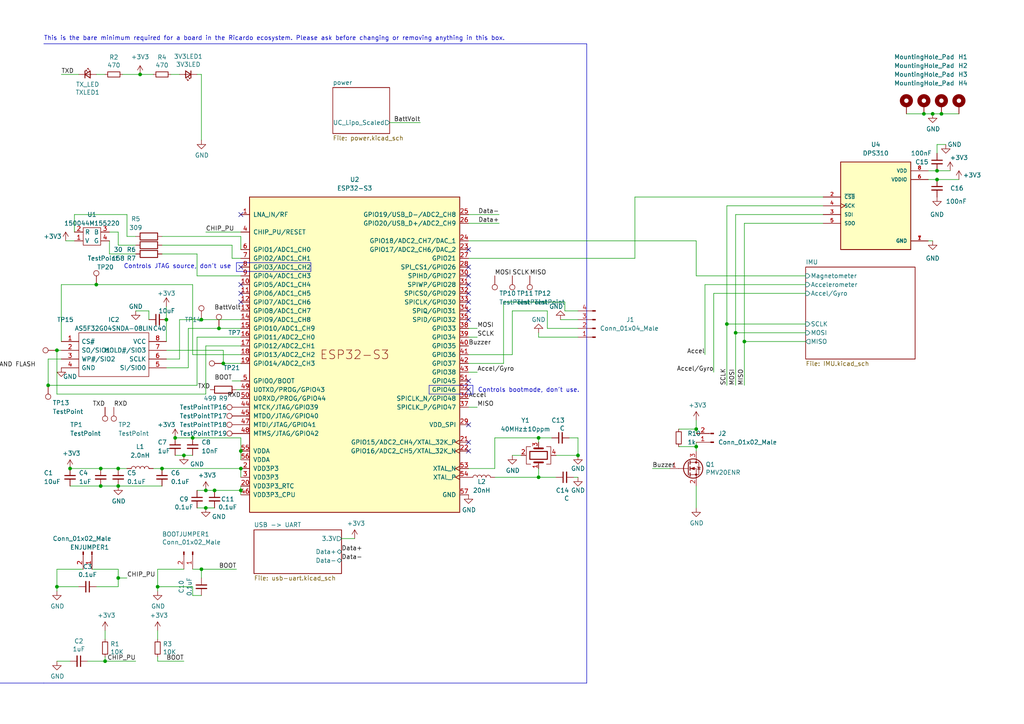
<source format=kicad_sch>
(kicad_sch (version 20231120) (generator "eeschema") (generator_version "8.0")
  (paper "A4")
  (lib_symbols
    (symbol "Connector:Conn_01x02_Male" (pin_names (offset 1.016) hide)
      (property "Reference" "J" (at 0 2.54 0))
      (property "Value" "Conn_01x02_Male" (at 0 -5.08 0))
      (symbol "Conn_01x02_Male_1_1"
        (polyline (pts (xy 1.27 -2.54) (xy 0.8636 -2.54)) (stroke (width 0.1524)))
        (polyline (pts (xy 1.27 0) (xy 0.8636 0)) (stroke (width 0.1524)))
        (rectangle (start 0.8636 -2.413) (end 0 -2.667) (stroke (width 0.1524)) (fill (type outline)))
        (rectangle (start 0.8636 0.127) (end 0 -0.127) (stroke (width 0.1524)) (fill (type outline)))
        (pin passive line (at 5.08 0 180) (length 3.81) (name "Pin_1") (number "1"))
        (pin passive line (at 5.08 -2.54 180) (length 3.81) (name "Pin_2") (number "2"))
      )
    )
    (symbol "Connector:Conn_01x04_Male" (pin_names (offset 1.016) hide)
      (property "Reference" "J" (at 0 5.08 0))
      (property "Value" "Conn_01x04_Male" (at 0 -7.62 0))
      (symbol "Conn_01x04_Male_1_1"
        (polyline (pts (xy 1.27 -5.08) (xy 0.8636 -5.08)) (stroke (width 0.1524)))
        (polyline (pts (xy 1.27 -2.54) (xy 0.8636 -2.54)) (stroke (width 0.1524)))
        (polyline (pts (xy 1.27 0) (xy 0.8636 0)) (stroke (width 0.1524)))
        (polyline (pts (xy 1.27 2.54) (xy 0.8636 2.54)) (stroke (width 0.1524)))
        (rectangle (start 0.8636 -4.953) (end 0 -5.207) (stroke (width 0.1524)) (fill (type outline)))
        (rectangle (start 0.8636 -2.413) (end 0 -2.667) (stroke (width 0.1524)) (fill (type outline)))
        (rectangle (start 0.8636 0.127) (end 0 -0.127) (stroke (width 0.1524)) (fill (type outline)))
        (rectangle (start 0.8636 2.667) (end 0 2.413) (stroke (width 0.1524)) (fill (type outline)))
        (pin passive line (at 5.08 2.54 180) (length 3.81) (name "Pin_1") (number "1"))
        (pin passive line (at 5.08 0 180) (length 3.81) (name "Pin_2") (number "2"))
        (pin passive line (at 5.08 -2.54 180) (length 3.81) (name "Pin_3") (number "3"))
        (pin passive line (at 5.08 -5.08 180) (length 3.81) (name "Pin_4") (number "4"))
      )
    )
    (symbol "Connector:TestPoint" (pin_numbers hide) (pin_names (offset 0.762) hide)
      (property "Reference" "TP" (at 0 6.858 0))
      (property "Value" "TestPoint" (at 0 5.08 0))
      (symbol "TestPoint_0_1"
        (circle (center 0 3.302) (radius 0.762))
      )
      (symbol "TestPoint_1_1"
        (pin passive line (at 0 0 90) (length 2.54) (name "1") (number "1"))
      )
    )
    (symbol "Custom_Components:DPS310" (pin_names (offset 1.016))
      (property "Reference" "U" (at -1.27 13.97 0))
      (property "Value" "DPS310" (at -3.81 19.05 0))
      (symbol "DPS310_0_0"
        (rectangle (start -10.16 -12.7) (end 10.16 12.7) (stroke (width 0.254)) (fill (type background)))
        (pin power_in line (at 15.24 -10.16 180) (length 5.08) (name "GND") (number "1"))
        (pin input line (at -15.24 2.54 0) (length 5.08) (name "~{CSB}") (number "2"))
        (pin bidirectional line (at -15.24 -2.54 0) (length 5.08) (name "SDI") (number "3"))
        (pin input clock (at -15.24 0 0) (length 5.08) (name "SCK") (number "4"))
        (pin output line (at -15.24 -5.08 0) (length 5.08) (name "SDO") (number "5"))
        (pin power_in line (at 15.24 7.62 180) (length 5.08) (name "VDDIO") (number "6"))
        (pin power_in line (at 15.24 -10.16 180) (length 5.08) (name "GND") (number "7"))
        (pin power_in line (at 15.24 10.16 180) (length 5.08) (name "VDD") (number "8"))
      )
    )
    (symbol "Device:C_Small" (pin_numbers hide) (pin_names (offset 0.254) hide)
      (property "Reference" "C" (at 0.254 1.778 0))
      (property "Value" "C_Small" (at 0.254 -2.032 0))
      (symbol "C_Small_0_1"
        (polyline (pts (xy -1.524 -0.508) (xy 1.524 -0.508)) (stroke (width 0.3302)))
        (polyline (pts (xy -1.524 0.508) (xy 1.524 0.508)) (stroke (width 0.3048)))
      )
      (symbol "C_Small_1_1"
        (pin passive line (at 0 2.54 270) (length 2.032) (name "~") (number "1"))
        (pin passive line (at 0 -2.54 90) (length 2.032) (name "~") (number "2"))
      )
    )
    (symbol "Device:Crystal_GND24" (pin_names (offset 1.016) hide)
      (property "Reference" "Y" (at 3.175 5.08 0))
      (property "Value" "Crystal_GND24" (at 3.175 3.175 0))
      (symbol "Crystal_GND24_0_1"
        (rectangle (start -1.143 2.54) (end 1.143 -2.54) (stroke (width 0.3048)))
        (polyline (pts (xy -2.54 0) (xy -2.032 0)))
        (polyline (pts (xy -2.032 -1.27) (xy -2.032 1.27)) (stroke (width 0.508)))
        (polyline (pts (xy 0 -3.81) (xy 0 -3.556)))
        (polyline (pts (xy 0 3.556) (xy 0 3.81)))
        (polyline (pts (xy 2.032 -1.27) (xy 2.032 1.27)) (stroke (width 0.508)))
        (polyline (pts (xy 2.032 0) (xy 2.54 0)))
        (polyline (pts (xy -2.54 -2.286) (xy -2.54 -3.556) (xy 2.54 -3.556) (xy 2.54 -2.286)))
        (polyline (pts (xy -2.54 2.286) (xy -2.54 3.556) (xy 2.54 3.556) (xy 2.54 2.286)))
      )
      (symbol "Crystal_GND24_1_1"
        (pin passive line (at -3.81 0 0) (length 1.27) (name "1") (number "1"))
        (pin passive line (at 0 5.08 270) (length 1.27) (name "2") (number "2"))
        (pin passive line (at 3.81 0 180) (length 1.27) (name "3") (number "3"))
        (pin passive line (at 0 -5.08 90) (length 1.27) (name "4") (number "4"))
      )
    )
    (symbol "Device:L" (pin_numbers hide) (pin_names (offset 1.016) hide)
      (property "Reference" "L" (at -1.27 0 90))
      (property "Value" "L" (at 1.905 0 90))
      (symbol "L_0_1"
        (arc (start 0 -2.54) (mid 0.6323 -1.905) (end 0 -1.27))
        (arc (start 0 -1.27) (mid 0.6323 -0.635) (end 0 0))
        (arc (start 0 0) (mid 0.6323 0.635) (end 0 1.27))
        (arc (start 0 1.27) (mid 0.6323 1.905) (end 0 2.54))
      )
      (symbol "L_1_1"
        (pin passive line (at 0 3.81 270) (length 1.27) (name "1") (number "1"))
        (pin passive line (at 0 -3.81 90) (length 1.27) (name "2") (number "2"))
      )
    )
    (symbol "Device:LED_Small" (pin_numbers hide) (pin_names (offset 0.254) hide)
      (property "Reference" "D" (at -1.27 3.175 0))
      (property "Value" "LED_Small" (at -4.445 -2.54 0))
      (symbol "LED_Small_0_1"
        (polyline (pts (xy -0.762 -1.016) (xy -0.762 1.016)) (stroke (width 0.254)))
        (polyline (pts (xy 1.016 0) (xy -0.762 0)))
        (polyline (pts (xy 0.762 -1.016) (xy -0.762 0) (xy 0.762 1.016) (xy 0.762 -1.016)) (stroke (width 0.254)))
        (polyline (pts (xy 0 0.762) (xy -0.508 1.27) (xy -0.254 1.27) (xy -0.508 1.27) (xy -0.508 1.016)))
        (polyline (pts (xy 0.508 1.27) (xy 0 1.778) (xy 0.254 1.778) (xy 0 1.778) (xy 0 1.524)))
      )
      (symbol "LED_Small_1_1"
        (pin passive line (at -2.54 0 0) (length 1.778) (name "K") (number "1"))
        (pin passive line (at 2.54 0 180) (length 1.778) (name "A") (number "2"))
      )
    )
    (symbol "Device:Q_NMOS_GSD" (pin_names (offset 0) hide)
      (property "Reference" "Q" (at 5.08 1.27 0))
      (property "Value" "Q_NMOS_GSD" (at 5.08 -1.27 0))
      (symbol "Q_NMOS_GSD_0_1"
        (polyline (pts (xy 0.254 0) (xy -2.54 0)))
        (polyline (pts (xy 0.254 1.905) (xy 0.254 -1.905)) (stroke (width 0.254)))
        (polyline (pts (xy 0.762 -1.27) (xy 0.762 -2.286)) (stroke (width 0.254)))
        (polyline (pts (xy 0.762 0.508) (xy 0.762 -0.508)) (stroke (width 0.254)))
        (polyline (pts (xy 0.762 2.286) (xy 0.762 1.27)) (stroke (width 0.254)))
        (polyline (pts (xy 2.54 2.54) (xy 2.54 1.778)))
        (polyline (pts (xy 2.54 -2.54) (xy 2.54 0) (xy 0.762 0)))
        (polyline (pts (xy 0.762 -1.778) (xy 3.302 -1.778) (xy 3.302 1.778) (xy 0.762 1.778)))
        (polyline (pts (xy 1.016 0) (xy 2.032 0.381) (xy 2.032 -0.381) (xy 1.016 0)) (fill (type outline)))
        (polyline (pts (xy 2.794 0.508) (xy 2.921 0.381) (xy 3.683 0.381) (xy 3.81 0.254)))
        (polyline (pts (xy 3.302 0.381) (xy 2.921 -0.254) (xy 3.683 -0.254) (xy 3.302 0.381)))
        (circle (center 1.651 0) (radius 2.794) (stroke (width 0.254)))
        (circle (center 2.54 -1.778) (radius 0.254) (fill (type outline)))
        (circle (center 2.54 1.778) (radius 0.254) (fill (type outline)))
      )
      (symbol "Q_NMOS_GSD_1_1"
        (pin input line (at -5.08 0 0) (length 2.54) (name "G") (number "1"))
        (pin passive line (at 2.54 -5.08 90) (length 2.54) (name "S") (number "2"))
        (pin passive line (at 2.54 5.08 270) (length 2.54) (name "D") (number "3"))
      )
    )
    (symbol "Device:R" (pin_numbers hide) (pin_names (offset 0))
      (property "Reference" "R" (at 2.032 0 90))
      (property "Value" "R" (at 0 0 90))
      (symbol "R_0_1"
        (rectangle (start -1.016 -2.54) (end 1.016 2.54) (stroke (width 0.254)))
      )
      (symbol "R_1_1"
        (pin passive line (at 0 3.81 270) (length 1.27) (name "~") (number "1"))
        (pin passive line (at 0 -3.81 90) (length 1.27) (name "~") (number "2"))
      )
    )
    (symbol "Device:R_Small" (pin_numbers hide) (pin_names (offset 0.254) hide)
      (property "Reference" "R" (at 0.762 0.508 0))
      (property "Value" "R_Small" (at 0.762 -1.016 0))
      (symbol "R_Small_0_1"
        (rectangle (start -0.762 1.778) (end 0.762 -1.778) (stroke (width 0.2032)))
      )
      (symbol "R_Small_1_1"
        (pin passive line (at 0 2.54 270) (length 0.762) (name "~") (number "1"))
        (pin passive line (at 0 -2.54 90) (length 0.762) (name "~") (number "2"))
      )
    )
    (symbol "Espressif:ESP32-S3" (pin_names (offset 1.016))
      (property "Reference" "U" (at 0 48.26 0))
      (property "Value" "ESP32-S3" (at 0 -48.26 0))
      (symbol "ESP32-S3_0_0"
        (text "ESP32-S3" (at 0 0 0) (effects (font (size 2.54 2.54))))
        (pin bidirectional line (at 33.02 -12.7 180) (length 2.54) (name "SPICLK_N/GPIO48") (number "36"))
        (pin bidirectional line (at 33.02 -15.24 180) (length 2.54) (name "SPICLK_P/GPIO47") (number "37"))
      )
      (symbol "ESP32-S3_0_1"
        (rectangle (start -30.48 45.72) (end 30.48 -45.72) (stroke (width 0.254)) (fill (type background)))
      )
      (symbol "ESP32-S3_1_1"
        (pin bidirectional line (at -33.02 40.64 0) (length 2.54) (name "LNA_IN/RF") (number "1"))
        (pin bidirectional line (at -33.02 20.32 0) (length 2.54) (name "GPIO5/ADC1_CH4") (number "10"))
        (pin bidirectional line (at -33.02 17.78 0) (length 2.54) (name "GPIO6/ADC1_CH5") (number "11"))
        (pin bidirectional line (at -33.02 15.24 0) (length 2.54) (name "GPIO7/ADC1_CH6") (number "12"))
        (pin bidirectional line (at -33.02 12.7 0) (length 2.54) (name "GPIO8/ADC1_CH7") (number "13"))
        (pin bidirectional line (at -33.02 10.16 0) (length 2.54) (name "GPIO9/ADC1_CH8") (number "14"))
        (pin bidirectional line (at -33.02 7.62 0) (length 2.54) (name "GPIO10/ADC1_CH9") (number "15"))
        (pin bidirectional line (at -33.02 5.08 0) (length 2.54) (name "GPIO11/ADC2_CH0") (number "16"))
        (pin bidirectional line (at -33.02 2.54 0) (length 2.54) (name "GPIO12/ADC2_CH1") (number "17"))
        (pin bidirectional line (at -33.02 0 0) (length 2.54) (name "GPIO13/ADC2_CH2") (number "18"))
        (pin bidirectional line (at -33.02 -2.54 0) (length 2.54) (name "GPIO14/ADC2_CH3") (number "19"))
        (pin power_in line (at -33.02 -33.02 0) (length 2.54) (name "VDD3P3") (number "2"))
        (pin power_in line (at -33.02 -38.1 0) (length 2.54) (name "VDD3P3_RTC") (number "20"))
        (pin input clock (at 33.02 -25.4 180) (length 2.54) (name "GPIO15/ADC2_CH4/XTAL_32K_P") (number "21"))
        (pin output clock (at 33.02 -27.94 180) (length 2.54) (name "GPIO16/ADC2_CH5/XTAL_32K_N") (number "22"))
        (pin bidirectional line (at 33.02 30.48 180) (length 2.54) (name "GPIO17/ADC2_CH6/DAC_2") (number "23"))
        (pin bidirectional line (at 33.02 33.02 180) (length 2.54) (name "GPIO18/ADC2_CH7/DAC_1") (number "24"))
        (pin bidirectional line (at 33.02 40.64 180) (length 2.54) (name "GPIO19/USB_D-/ADC2_CH8") (number "25"))
        (pin bidirectional line (at 33.02 38.1 180) (length 2.54) (name "GPIO20/USB_D+/ADC2_CH9") (number "26"))
        (pin bidirectional line (at 33.02 27.94 180) (length 2.54) (name "GPIO21") (number "27"))
        (pin bidirectional line (at 33.02 25.4 180) (length 2.54) (name "SPI_CS1/GPIO26") (number "28"))
        (pin power_out line (at 33.02 -20.32 180) (length 2.54) (name "VDD_SPI") (number "29"))
        (pin power_in line (at -33.02 -35.56 0) (length 2.54) (name "VDD3P3") (number "3"))
        (pin bidirectional line (at 33.02 22.86 180) (length 2.54) (name "SPIHD/GPIO27") (number "30"))
        (pin bidirectional line (at 33.02 20.32 180) (length 2.54) (name "SPIWP/GPIO28") (number "31"))
        (pin bidirectional line (at 33.02 17.78 180) (length 2.54) (name "SPICS0/GPIO29") (number "32"))
        (pin bidirectional line (at 33.02 15.24 180) (length 2.54) (name "SPICLK/GPIO30") (number "33"))
        (pin bidirectional line (at 33.02 12.7 180) (length 2.54) (name "SPIQ/GPIO31") (number "34"))
        (pin bidirectional line (at 33.02 10.16 180) (length 2.54) (name "SPID/GPIO32") (number "35"))
        (pin bidirectional line (at 33.02 7.62 180) (length 2.54) (name "GPIO33") (number "38"))
        (pin bidirectional line (at 33.02 5.08 180) (length 2.54) (name "GPIO34") (number "39"))
        (pin input line (at -33.02 35.56 0) (length 2.54) (name "CHIP_PU/RESET") (number "4"))
        (pin bidirectional line (at 33.02 2.54 180) (length 2.54) (name "GPIO35") (number "40"))
        (pin bidirectional line (at 33.02 0 180) (length 2.54) (name "GPIO36") (number "41"))
        (pin bidirectional line (at 33.02 -2.54 180) (length 2.54) (name "GPIO37") (number "42"))
        (pin bidirectional line (at 33.02 -5.08 180) (length 2.54) (name "GPIO38") (number "43"))
        (pin bidirectional line (at -33.02 -15.24 0) (length 2.54) (name "MTCK/JTAG/GPIO39") (number "44"))
        (pin bidirectional line (at -33.02 -17.78 0) (length 2.54) (name "MTDO/JTAG/GPIO40") (number "45"))
        (pin power_in line (at -33.02 -40.64 0) (length 2.54) (name "VDD3P3_CPU") (number "46"))
        (pin bidirectional line (at -33.02 -20.32 0) (length 2.54) (name "MTDI/JTAG/GPIO41") (number "47"))
        (pin bidirectional line (at -33.02 -22.86 0) (length 2.54) (name "MTMS/JTAG/GPIO42") (number "48"))
        (pin bidirectional line (at -33.02 -10.16 0) (length 2.54) (name "U0TXD/PROG/GPIO43") (number "49"))
        (pin bidirectional line (at -33.02 -7.62 0) (length 2.54) (name "GPIO0/BOOT") (number "5"))
        (pin bidirectional line (at -33.02 -12.7 0) (length 2.54) (name "U0RXD/PROG/GPIO44") (number "50"))
        (pin bidirectional line (at 33.02 -7.62 180) (length 2.54) (name "GPIO45") (number "51"))
        (pin bidirectional line (at 33.02 -10.16 180) (length 2.54) (name "GPIO46") (number "52"))
        (pin input clock (at 33.02 -33.02 180) (length 2.54) (name "XTAL_N") (number "53"))
        (pin output clock (at 33.02 -35.56 180) (length 2.54) (name "XTAL_P") (number "54"))
        (pin power_in line (at -33.02 -27.94 0) (length 2.54) (name "VDDA") (number "55"))
        (pin power_in line (at -33.02 -30.48 0) (length 2.54) (name "VDDA") (number "56"))
        (pin power_in line (at 33.02 -40.64 180) (length 2.54) (name "GND") (number "57"))
        (pin bidirectional line (at -33.02 30.48 0) (length 2.54) (name "GPIO1/ADC1_CH0") (number "6"))
        (pin bidirectional line (at -33.02 27.94 0) (length 2.54) (name "GPIO2/ADC1_CH1") (number "7"))
        (pin bidirectional line (at -33.02 25.4 0) (length 2.54) (name "GPIO3/ADC1_CH2") (number "8"))
        (pin bidirectional line (at -33.02 22.86 0) (length 2.54) (name "GPIO4/ADC1_CH3") (number "9"))
      )
    )
    (symbol "Mechanical:MountingHole_Pad" (pin_numbers hide) (pin_names (offset 1.016) hide)
      (property "Reference" "H" (at 0 6.35 0))
      (property "Value" "MountingHole_Pad" (at 0 4.445 0))
      (symbol "MountingHole_Pad_0_1"
        (circle (center 0 1.27) (radius 1.27) (stroke (width 1.27)))
      )
      (symbol "MountingHole_Pad_1_1"
        (pin input line (at 0 -2.54 90) (length 2.54) (name "1") (number "1"))
      )
    )
    (symbol "XTSD08GLGEAG_1" (pin_names (offset 0.762))
      (property "Reference" "IC2" (at 15.24 6.35 0))
      (property "Value" "AS5F32G04SNDA-08LIN" (at 15.24 3.81 0))
      (symbol "XTSD08GLGEAG_1_0_1"
        (polyline (pts (xy 5.08 2.54) (xy 25.4 2.54) (xy 25.4 -10.16) (xy 5.08 -10.16) (xy 5.08 2.54)) (stroke (width 0.1524)))
      )
      (symbol "XTSD08GLGEAG_1_1_0"
        (pin input line (at 0 0 0) (length 5.08) (name "CS#") (number "1"))
        (pin bidirectional line (at 0 -2.54 0) (length 5.08) (name "SO/SIO1") (number "2"))
        (pin bidirectional line (at 0 -5.08 0) (length 5.08) (name "WP#/SIO2") (number "3"))
        (pin power_out line (at 0 -7.62 0) (length 5.08) (name "GND") (number "4"))
        (pin bidirectional line (at 30.48 -7.62 180) (length 5.08) (name "SI/SIO0") (number "5"))
        (pin input line (at 30.48 -5.08 180) (length 5.08) (name "SCLK") (number "6"))
        (pin bidirectional line (at 30.48 -2.54 180) (length 5.08) (name "HOLD#/SIO3") (number "7"))
        (pin power_in line (at 30.48 0 180) (length 5.08) (name "VCC") (number "8"))
      )
    )
    (symbol "iclr:150044M155220"
      (property "Reference" "U1" (at 0 6.35 0))
      (property "Value" "150044M155220" (at 0 3.81 0))
      (symbol "150044M155220_0_1"
        (rectangle (start -2.54 2.54) (end 2.54 -2.54))
      )
      (symbol "150044M155220_1_1"
        (pin power_in line (at -5.08 -1.27 0) (length 2.54) (name "V") (number "1"))
        (pin power_out line (at -5.08 1.27 0) (length 2.54) (name "R") (number "2"))
        (pin power_out line (at 5.08 1.27 180) (length 2.54) (name "B") (number "3"))
        (pin power_out line (at 5.08 -1.27 180) (length 2.54) (name "G") (number "4"))
      )
    )
    (symbol "power:+3.3V" (power) (pin_names (offset 0))
      (property "Value" "+3.3V" (at 0 3.556 0))
      (symbol "+3.3V_0_1"
        (polyline (pts (xy -0.762 1.27) (xy 0 2.54)))
        (polyline (pts (xy 0 0) (xy 0 2.54)))
        (polyline (pts (xy 0 2.54) (xy 0.762 1.27)))
      )
      (symbol "+3.3V_1_1"
        (pin power_in line (at 0 0 90) (length 0) hide (name "+3V3") (number "1"))
      )
    )
    (symbol "power:+3V3" (power) (pin_names (offset 0))
      (property "Value" "+3V3" (at 0 3.556 0))
      (symbol "+3V3_0_1"
        (polyline (pts (xy -0.762 1.27) (xy 0 2.54)))
        (polyline (pts (xy 0 0) (xy 0 2.54)))
        (polyline (pts (xy 0 2.54) (xy 0.762 1.27)))
      )
      (symbol "+3V3_1_1"
        (pin power_in line (at 0 0 90) (length 0) hide (name "+3V3") (number "1"))
      )
    )
    (symbol "power:GND" (power) (pin_names (offset 0))
      (property "Value" "GND" (at 0 -3.81 0))
      (symbol "GND_0_1"
        (polyline (pts (xy 0 0) (xy 0 -1.27) (xy 1.27 -1.27) (xy 0 -2.54) (xy -1.27 -1.27) (xy 0 -1.27)))
      )
      (symbol "GND_1_1"
        (pin power_in line (at 0 0 270) (length 0) hide (name "GND") (number "1"))
      )
    )
  )
  (junction (at 59.69 142.24))
  (junction (at 58.42 92.71))
  (junction (at 34.29 167.64))
  (junction (at 63.5 95.25))
  (junction (at 16.51 101.6))
  (junction (at 48.26 92.71))
  (junction (at 30.48 191.77))
  (junction (at 213.36 96.52))
  (junction (at 58.42 165.1))
  (junction (at 271.78 49.53))
  (junction (at 210.82 93.98))
  (junction (at 69.85 142.24))
  (junction (at 270.51 33.02))
  (junction (at 215.9 99.06))
  (junction (at 55.88 127))
  (junction (at 201.93 124.46))
  (junction (at 267.97 33.02))
  (junction (at 59.69 147.32))
  (junction (at 62.23 142.24))
  (junction (at 201.93 129.54))
  (junction (at 34.29 135.89))
  (junction (at 20.32 135.89))
  (junction (at 45.72 170.18))
  (junction (at 29.21 135.89))
  (junction (at 13.97 111.76))
  (junction (at 64.77 105.41))
  (junction (at 34.29 140.97))
  (junction (at 156.21 127))
  (junction (at 273.05 33.02))
  (junction (at 53.34 132.08))
  (junction (at 156.21 138.43))
  (junction (at 69.85 130.81))
  (junction (at 29.21 140.97))
  (junction (at 16.51 170.18))
  (junction (at 50.8 127))
  (junction (at 167.64 132.08))
  (junction (at 27.94 82.55))
  (junction (at 46.99 135.89))
  (junction (at 69.85 135.89))
  (junction (at 40.64 21.59))
  (junction (at 271.78 52.07))
  (no_connect (at 69.85 77.47))
  (no_connect (at 69.85 82.55))
  (no_connect (at 135.89 77.47))
  (no_connect (at 135.89 128.27))
  (no_connect (at 135.89 130.81))
  (no_connect (at 135.89 72.39))
  (no_connect (at 135.89 113.03))
  (no_connect (at 69.85 62.23))
  (no_connect (at 135.89 82.55))
  (no_connect (at 135.89 85.09))
  (no_connect (at 135.89 87.63))
  (no_connect (at 135.89 90.17))
  (no_connect (at 135.89 92.71))
  (no_connect (at 135.89 110.49))
  (no_connect (at 135.89 80.01))
  (no_connect (at 135.89 123.19))
  (no_connect (at 69.85 85.09))
  (no_connect (at 69.85 87.63))
  (wire (pts (xy 135.89 102.87) (xy 148.59 102.87)))
  (wire (pts (xy 184.15 57.15) (xy 238.76 57.15)))
  (wire (pts (xy 67.31 74.93) (xy 69.85 74.93)))
  (wire (pts (xy 30.48 191.77) (xy 30.48 190.5)))
  (wire (pts (xy 135.89 62.23) (xy 144.78 62.23)))
  (wire (pts (xy 269.24 69.85) (xy 270.51 69.85)))
  (wire (pts (xy 201.93 69.85) (xy 201.93 80.01)))
  (wire (pts (xy 201.93 129.54) (xy 201.93 130.81)))
  (wire (pts (xy 135.89 97.79) (xy 138.43 97.79)))
  (wire (pts (xy 69.85 135.89) (xy 69.85 138.43)))
  (wire (pts (xy 167.64 95.25) (xy 158.75 95.25)))
  (wire (pts (xy 48.26 92.71) (xy 48.26 99.06)))
  (wire (pts (xy 17.78 82.55) (xy 27.94 82.55)))
  (polyline (pts (xy 90.17 78.74) (xy 68.58 78.74)))
  (wire (pts (xy 43.18 90.17) (xy 43.18 92.71)))
  (polyline (pts (xy 68.58 76.2) (xy 68.58 78.74)))
  (wire (pts (xy 210.82 111.76) (xy 210.82 93.98)))
  (wire (pts (xy 16.51 191.77) (xy 20.32 191.77)))
  (wire (pts (xy 13.97 111.76) (xy 57.15 111.76)))
  (wire (pts (xy 160.02 127) (xy 156.21 127)))
  (wire (pts (xy 45.72 165.1) (xy 53.34 165.1)))
  (wire (pts (xy 58.42 21.59) (xy 57.15 21.59)))
  (wire (pts (xy 146.05 105.41) (xy 135.89 105.41)))
  (wire (pts (xy 29.21 135.89) (xy 34.29 135.89)))
  (wire (pts (xy 271.78 49.53) (xy 275.59 49.53)))
  (wire (pts (xy 196.85 129.54) (xy 201.93 129.54)))
  (wire (pts (xy 143.51 138.43) (xy 156.21 138.43)))
  (wire (pts (xy 67.31 110.49) (xy 69.85 110.49)))
  (polyline (pts (xy -172.72 198.12) (xy 12.7 198.12)))
  (wire (pts (xy 34.29 67.31) (xy 31.75 67.31)))
  (wire (pts (xy 215.9 99.06) (xy 215.9 111.76)))
  (wire (pts (xy 16.51 101.6) (xy 16.51 114.3)))
  (wire (pts (xy 64.77 105.41) (xy 64.77 101.6)))
  (wire (pts (xy 16.51 170.18) (xy 16.51 171.45)))
  (wire (pts (xy 273.05 33.02) (xy 270.51 33.02)))
  (polyline (pts (xy 137.16 111.76) (xy 137.16 114.3)))
  (wire (pts (xy 68.58 113.03) (xy 69.85 113.03)))
  (wire (pts (xy 54.61 95.25) (xy 54.61 106.68)))
  (wire (pts (xy 27.94 21.59) (xy 30.48 21.59)))
  (wire (pts (xy 16.51 165.1) (xy 16.51 170.18)))
  (wire (pts (xy 135.89 74.93) (xy 184.15 74.93)))
  (wire (pts (xy 161.29 132.08) (xy 167.64 132.08)))
  (wire (pts (xy 34.29 71.12) (xy 39.37 71.12)))
  (wire (pts (xy 36.83 68.58) (xy 39.37 68.58)))
  (wire (pts (xy 271.78 52.07) (xy 278.13 52.07)))
  (wire (pts (xy 30.48 182.88) (xy 30.48 185.42)))
  (wire (pts (xy 57.15 147.32) (xy 59.69 147.32)))
  (polyline (pts (xy 68.58 76.2) (xy 90.17 76.2)))
  (wire (pts (xy 34.29 135.89) (xy 36.83 135.89)))
  (wire (pts (xy 69.85 142.24) (xy 69.85 143.51)))
  (wire (pts (xy 207.01 85.09) (xy 207.01 107.95)))
  (wire (pts (xy 13.97 104.14) (xy 17.78 104.14)))
  (wire (pts (xy 62.23 142.24) (xy 69.85 142.24)))
  (wire (pts (xy 204.47 82.55) (xy 204.47 102.87)))
  (wire (pts (xy 53.34 132.08) (xy 55.88 132.08)))
  (wire (pts (xy 36.83 62.23) (xy 21.59 62.23)))
  (wire (pts (xy 143.51 135.89) (xy 143.51 127)))
  (wire (pts (xy 39.37 90.17) (xy 43.18 90.17)))
  (wire (pts (xy 269.24 49.53) (xy 271.78 49.53)))
  (wire (pts (xy 156.21 127) (xy 156.21 128.27)))
  (wire (pts (xy 34.29 167.64) (xy 36.83 167.64)))
  (wire (pts (xy 210.82 59.69) (xy 238.76 59.69)))
  (wire (pts (xy 50.8 132.08) (xy 53.34 132.08)))
  (wire (pts (xy 36.83 68.58) (xy 36.83 62.23)))
  (polyline (pts (xy 124.46 111.76) (xy 124.46 114.3)))
  (wire (pts (xy 54.61 95.25) (xy 63.5 95.25)))
  (wire (pts (xy 48.26 88.9) (xy 48.26 92.71)))
  (wire (pts (xy 48.26 104.14) (xy 52.07 104.14)))
  (wire (pts (xy 48.26 101.6) (xy 64.77 101.6)))
  (wire (pts (xy 21.59 62.23) (xy 21.59 67.31)))
  (polyline (pts (xy 12.7 12.7) (xy 170.18 12.7)))
  (wire (pts (xy 215.9 64.77) (xy 238.76 64.77)))
  (wire (pts (xy 215.9 99.06) (xy 233.68 99.06)))
  (wire (pts (xy 55.88 170.18) (xy 55.88 172.72)))
  (wire (pts (xy 167.64 90.17) (xy 163.83 90.17)))
  (wire (pts (xy 44.45 135.89) (xy 46.99 135.89)))
  (wire (pts (xy 16.51 101.6) (xy 17.78 101.6)))
  (wire (pts (xy 69.85 130.81) (xy 69.85 133.35)))
  (wire (pts (xy 201.93 121.92) (xy 201.93 124.46)))
  (wire (pts (xy 19.05 69.85) (xy 21.59 69.85)))
  (wire (pts (xy 22.86 170.18) (xy 16.51 170.18)))
  (wire (pts (xy 113.03 35.56) (xy 121.92 35.56)))
  (wire (pts (xy 34.29 67.31) (xy 34.29 71.12)))
  (wire (pts (xy 48.26 106.68) (xy 54.61 106.68)))
  (wire (pts (xy 213.36 96.52) (xy 233.68 96.52)))
  (wire (pts (xy 17.78 21.59) (xy 22.86 21.59)))
  (wire (pts (xy 270.51 33.02) (xy 267.97 33.02)))
  (wire (pts (xy 46.99 73.66) (xy 57.15 73.66)))
  (wire (pts (xy 55.88 170.18) (xy 45.72 170.18)))
  (wire (pts (xy 210.82 93.98) (xy 210.82 59.69)))
  (wire (pts (xy 58.42 165.1) (xy 58.42 167.64)))
  (wire (pts (xy 34.29 167.64) (xy 34.29 165.1)))
  (wire (pts (xy 278.13 33.02) (xy 273.05 33.02)))
  (wire (pts (xy 135.89 118.11) (xy 138.43 118.11)))
  (wire (pts (xy 207.01 85.09) (xy 233.68 85.09)))
  (wire (pts (xy 271.78 44.45) (xy 271.78 41.91)))
  (wire (pts (xy 29.21 140.97) (xy 34.29 140.97)))
  (wire (pts (xy 35.56 21.59) (xy 40.64 21.59)))
  (wire (pts (xy 167.64 92.71) (xy 162.56 92.71)))
  (wire (pts (xy 55.88 127) (xy 69.85 127)))
  (wire (pts (xy 46.99 68.58) (xy 69.85 68.58)))
  (wire (pts (xy 46.99 71.12) (xy 67.31 71.12)))
  (wire (pts (xy 148.59 90.17) (xy 148.59 102.87)))
  (wire (pts (xy 55.88 82.55) (xy 55.88 102.87)))
  (wire (pts (xy 69.85 127) (xy 69.85 130.81)))
  (wire (pts (xy 59.69 100.33) (xy 69.85 100.33)))
  (polyline (pts (xy 137.16 114.3) (xy 124.46 114.3)))
  (wire (pts (xy 269.24 52.07) (xy 271.78 52.07)))
  (wire (pts (xy 135.89 69.85) (xy 201.93 69.85)))
  (wire (pts (xy 213.36 62.23) (xy 238.76 62.23)))
  (wire (pts (xy 55.88 165.1) (xy 58.42 165.1)))
  (wire (pts (xy 25.4 191.77) (xy 30.48 191.77)))
  (wire (pts (xy 135.89 135.89) (xy 143.51 135.89)))
  (wire (pts (xy 45.72 170.18) (xy 45.72 171.45)))
  (wire (pts (xy 45.72 191.77) (xy 45.72 190.5)))
  (wire (pts (xy 34.29 167.64) (xy 34.29 170.18)))
  (wire (pts (xy 49.53 21.59) (xy 52.07 21.59)))
  (wire (pts (xy 184.15 74.93) (xy 184.15 57.15)))
  (wire (pts (xy 148.59 132.08) (xy 151.13 132.08)))
  (wire (pts (xy 210.82 93.98) (xy 233.68 93.98)))
  (wire (pts (xy 213.36 62.23) (xy 213.36 96.52)))
  (wire (pts (xy 58.42 21.59) (xy 58.42 40.64)))
  (wire (pts (xy 215.9 64.77) (xy 215.9 99.06)))
  (wire (pts (xy 161.29 138.43) (xy 156.21 138.43)))
  (wire (pts (xy 40.64 21.59) (xy 44.45 21.59)))
  (wire (pts (xy 201.93 80.01) (xy 233.68 80.01)))
  (wire (pts (xy 52.07 92.71) (xy 52.07 104.14)))
  (wire (pts (xy 57.15 97.79) (xy 57.15 111.76)))
  (wire (pts (xy 57.15 80.01) (xy 69.85 80.01)))
  (wire (pts (xy 55.88 102.87) (xy 69.85 102.87)))
  (wire (pts (xy 69.85 68.58) (xy 69.85 72.39)))
  (wire (pts (xy 59.69 67.31) (xy 69.85 67.31)))
  (wire (pts (xy 156.21 97.79) (xy 167.64 97.79)))
  (wire (pts (xy 148.59 90.17) (xy 158.75 90.17)))
  (wire (pts (xy 213.36 96.52) (xy 213.36 111.76)))
  (wire (pts (xy 55.88 172.72) (xy 58.42 172.72)))
  (wire (pts (xy 53.34 191.77) (xy 45.72 191.77)))
  (wire (pts (xy 31.75 73.66) (xy 39.37 73.66)))
  (wire (pts (xy 31.75 69.85) (xy 31.75 73.66)))
  (wire (pts (xy 204.47 82.55) (xy 233.68 82.55)))
  (wire (pts (xy 69.85 105.41) (xy 64.77 105.41)))
  (wire (pts (xy 27.94 82.55) (xy 55.88 82.55)))
  (wire (pts (xy 196.85 124.46) (xy 201.93 124.46)))
  (wire (pts (xy 156.21 135.89) (xy 156.21 138.43)))
  (wire (pts (xy 17.78 99.06) (xy 17.78 82.55)))
  (polyline (pts (xy 90.17 76.2) (xy 90.17 78.74)))
  (wire (pts (xy 59.69 100.33) (xy 59.69 114.3)))
  (wire (pts (xy 143.51 127) (xy 156.21 127)))
  (wire (pts (xy 52.07 92.71) (xy 58.42 92.71)))
  (wire (pts (xy 57.15 73.66) (xy 57.15 80.01)))
  (wire (pts (xy 99.06 156.21) (xy 102.87 156.21)))
  (wire (pts (xy 167.64 138.43) (xy 166.37 138.43)))
  (wire (pts (xy 20.32 135.89) (xy 29.21 135.89)))
  (wire (pts (xy 201.93 128.27) (xy 201.93 129.54)))
  (wire (pts (xy 167.64 127) (xy 167.64 132.08)))
  (wire (pts (xy 67.31 71.12) (xy 67.31 74.93)))
  (wire (pts (xy 13.97 111.76) (xy 13.97 104.14)))
  (polyline (pts (xy 124.46 111.76) (xy 137.16 111.76)))
  (wire (pts (xy 59.69 147.32) (xy 62.23 147.32)))
  (wire (pts (xy 267.97 33.02) (xy 262.89 33.02)))
  (wire (pts (xy 146.05 87.63) (xy 163.83 87.63)))
  (wire (pts (xy 69.85 97.79) (xy 57.15 97.79)))
  (wire (pts (xy 194.31 135.89) (xy 189.23 135.89)))
  (wire (pts (xy 30.48 191.77) (xy 39.37 191.77)))
  (wire (pts (xy 58.42 165.1) (xy 68.58 165.1)))
  (wire (pts (xy 50.8 127) (xy 55.88 127)))
  (wire (pts (xy 201.93 140.97) (xy 201.93 147.32)))
  (wire (pts (xy 271.78 41.91) (xy 274.32 41.91)))
  (wire (pts (xy 46.99 135.89) (xy 69.85 135.89)))
  (wire (pts (xy 146.05 87.63) (xy 146.05 105.41)))
  (polyline (pts (xy 170.18 12.7) (xy 170.18 198.12)))
  (wire (pts (xy 158.75 95.25) (xy 158.75 90.17)))
  (wire (pts (xy 34.29 140.97) (xy 46.99 140.97)))
  (wire (pts (xy 156.21 97.79) (xy 156.21 96.52)))
  (wire (pts (xy 16.51 114.3) (xy 59.69 114.3)))
  (wire (pts (xy 163.83 90.17) (xy 163.83 87.63)))
  (wire (pts (xy 58.42 92.71) (xy 69.85 92.71)))
  (wire (pts (xy 135.89 64.77) (xy 144.78 64.77)))
  (wire (pts (xy 63.5 95.25) (xy 69.85 95.25)))
  (wire (pts (xy 27.94 170.18) (xy 34.29 170.18)))
  (wire (pts (xy 45.72 165.1) (xy 45.72 170.18)))
  (wire (pts (xy 59.69 142.24) (xy 62.23 142.24)))
  (wire (pts (xy 57.15 142.24) (xy 59.69 142.24)))
  (wire (pts (xy 20.32 140.97) (xy 29.21 140.97)))
  (wire (pts (xy 69.85 142.24) (xy 69.85 140.97)))
  (wire (pts (xy 167.64 127) (xy 165.1 127)))
  (wire (pts (xy 26.67 165.1) (xy 34.29 165.1)))
  (wire (pts (xy 45.72 182.88) (xy 45.72 185.42)))
  (wire (pts (xy 16.51 165.1) (xy 24.13 165.1)))
  (wire (pts (xy 201.93 124.46) (xy 201.93 125.73)))
  (wire (pts (xy 138.43 107.95) (xy 135.89 107.95)))
  (polyline (pts (xy 170.18 198.12) (xy 12.7 198.12)))
  (wire (pts (xy 135.89 95.25) (xy 138.43 95.25)))
  (text "Controls bootmode, don't use.\n" (at 138.5894 113.9757 0) (effects (font (size 1.27 1.27)) (justify left bottom)))
  (text "This is the bare minimum required for a board in the Ricardo ecosystem. Please ask before changing or removing anything in this box.\n\n" (at 12.7 13.97 0) (effects (font (size 1.27 1.27)) (justify left bottom)))
  (text "Controls JTAG source, don't use\n" (at 67.0857 78.0878 0) (effects (font (size 1.27 1.27)) (justify right bottom)))
  (label "MISO" (at 138.43 118.11 0))
  (label "This is the 2GB SPI NAND FLASH" (at -21.59 106.68 0))
  (label "TXD" (at 60.96 113.03 180))
  (label "CHIP_PU" (at 36.83 167.64 0))
  (label "TXD" (at 30.48 118.11 180))
  (label "Accel{slash}Gyro" (at 138.43 107.95 0))
  (label "RXD" (at 69.85 115.57 180))
  (label "SCLK" (at 138.43 97.79 0))
  (label "Accel{slash}Gyro" (at 207.01 107.95 180))
  (label "Data+" (at 99.06 160.02 0))
  (label "RXD" (at 33.02 118.11 0))
  (label "SCLK" (at 210.82 111.76 90))
  (label "Data-" (at 99.06 162.56 0))
  (label "BOOT" (at 53.34 191.77 180))
  (label "MISO" (at 153.67 80.01 0))
  (label "Accel" (at 135.89 115.57 0))
  (label "BOOT" (at 68.58 165.1 180))
  (label "MOSI" (at 138.43 95.25 0))
  (label "MISO" (at 215.9 111.76 90))
  (label "BattVolt" (at 69.85 90.17 180))
  (label "BOOT" (at 67.31 110.49 180))
  (label "Buzzer" (at 135.89 100.33 0))
  (label "MOSI" (at 143.51 80.01 0))
  (label "CHIP_PU" (at 59.69 67.31 0))
  (label "Data+" (at 144.78 64.77 180))
  (label "Data-" (at 144.78 62.23 180))
  (label "MOSI" (at 213.36 111.76 90))
  (label "Accel" (at 204.47 102.87 180))
  (label "BattVolt" (at 121.92 35.56 180))
  (label "TXD" (at 17.78 21.59 0))
  (label "Buzzer" (at 189.23 135.89 0))
  (label "CHIP_PU" (at 39.37 191.77 180))
  (label "SCLK" (at 148.59 80.01 0))
  (symbol (lib_id "power:+3.3V") (at 30.48 182.88 0) (unit 1)
    (property "Reference" "#PWR06" (effects (hide yes)))
    (property "Value" "+3V3" (at 30.861 178.4858 0))
  )
  (symbol (lib_id "Device:R_Small") (at 30.48 187.96 0) (unit 1)
    (property "Reference" "R1" (at 31.9786 186.7916 0) (effects (justify left)))
    (property "Value" "10K" (at 31.9786 189.103 0) (effects (justify left)))
    (property "Footprint" "Resistor_SMD:R_0402_1005Metric" (effects (hide yes)))
  )
  (symbol (lib_id "Device:C_Small") (at 22.86 191.77 270) (unit 1)
    (property "Reference" "C2" (at 22.86 185.9534 90))
    (property "Value" "1uF" (at 22.86 188.2648 90))
    (property "Footprint" "Capacitor_SMD:C_0402_1005Metric" (effects (hide yes)))
  )
  (symbol (lib_id "power:GND") (at 16.51 191.77 0) (unit 1)
    (property "Reference" "#PWR02" (effects (hide yes)))
    (property "Value" "GND" (at 16.637 196.1642 0))
  )
  (symbol (lib_id "power:+3.3V") (at 45.72 182.88 0) (unit 1)
    (property "Reference" "#PWR011" (effects (hide yes)))
    (property "Value" "+3V3" (at 46.101 178.4858 0))
  )
  (symbol (lib_id "Device:R_Small") (at 45.72 187.96 0) (unit 1)
    (property "Reference" "R3" (at 47.2186 186.7916 0) (effects (justify left)))
    (property "Value" "10K" (at 47.2186 189.103 0) (effects (justify left)))
    (property "Footprint" "Resistor_SMD:R_0402_1005Metric" (effects (hide yes)))
  )
  (symbol (lib_id "power:GND") (at 45.72 171.45 0) (unit 1)
    (property "Reference" "#PWR010" (effects (hide yes)))
    (property "Value" "GND" (at 45.847 175.8442 0))
  )
  (symbol (lib_id "Device:C_Small") (at 58.42 170.18 0) (unit 1)
    (property "Reference" "C10" (at 52.6034 170.18 90))
    (property "Value" "0.1uF" (at 54.9148 170.18 90))
    (property "Footprint" "Capacitor_SMD:C_0402_1005Metric" (effects (hide yes)))
  )
  (symbol (lib_id "power:GND") (at 16.51 171.45 0) (unit 1)
    (property "Reference" "#PWR01" (effects (hide yes)))
    (property "Value" "GND" (at 16.637 175.8442 0))
  )
  (symbol (lib_id "Device:C_Small") (at 25.4 170.18 270) (unit 1)
    (property "Reference" "C3" (at 25.4 164.3634 90))
    (property "Value" "0.1uF" (at 25.4 166.6748 90))
    (property "Footprint" "Capacitor_SMD:C_0402_1005Metric" (effects (hide yes)))
  )
  (symbol (lib_id "Device:LED_Small") (at 25.4 21.59 0) (unit 1)
    (property "Reference" "TXLED1" (at 25.4 26.797 0))
    (property "Value" "TX_LED" (at 25.4 24.4856 0))
    (property "Footprint" "Resistor_SMD:R_0402_1005Metric" (effects (hide yes)))
  )
  (symbol (lib_id "Device:R_Small") (at 33.02 21.59 270) (unit 1)
    (property "Reference" "R2" (at 33.02 16.6116 90))
    (property "Value" "470" (at 33.02 18.923 90))
    (property "Footprint" "Resistor_SMD:R_0402_1005Metric" (effects (hide yes)))
  )
  (symbol (lib_id "power:GND") (at 58.42 40.64 0) (unit 1)
    (property "Reference" "#PWR015" (effects (hide yes)))
    (property "Value" "GND" (at 58.547 45.0342 0))
  )
  (symbol (lib_id "Device:LED_Small") (at 54.61 21.59 180) (unit 1)
    (property "Reference" "3V3LED1" (at 54.61 16.383 0))
    (property "Value" "3V3LED" (at 54.61 18.6944 0))
    (property "Footprint" "Resistor_SMD:R_0402_1005Metric" (effects (hide yes)))
  )
  (symbol (lib_id "Device:R_Small") (at 46.99 21.59 270) (unit 1)
    (property "Reference" "R4" (at 46.99 16.6116 90))
    (property "Value" "470" (at 46.99 18.923 90))
    (property "Footprint" "Resistor_SMD:R_0402_1005Metric" (effects (hide yes)))
  )
  (symbol (lib_id "Connector:Conn_01x02_Male") (at 26.67 160.02 270) (unit 1)
    (property "Reference" "ENJUMPER1" (at 20.32 158.75 90) (effects (justify left)))
    (property "Value" "Conn_01x02_Male" (at 15.24 156.21 90) (effects (justify left)))
    (property "Footprint" "Connector_PinHeader_2.54mm:PinHeader_1x02_P2.54mm_Vertical" (effects (hide yes)))
  )
  (symbol (lib_id "Connector:Conn_01x02_Male") (at 55.88 160.02 270) (unit 1)
    (property "Reference" "BOOTJUMPER1" (at 46.99 154.94 90) (effects (justify left)))
    (property "Value" "Conn_01x02_Male" (at 46.99 157.2514 90) (effects (justify left)))
    (property "Footprint" "Connector_PinHeader_2.54mm:PinHeader_1x02_P2.54mm_Vertical" (effects (hide yes)))
  )
  (symbol (lib_id "power:+3.3V") (at 102.87 156.21 0) (unit 1)
    (property "Reference" "#PWR018" (effects (hide yes)))
    (property "Value" "+3V3" (at 103.251 151.8158 0))
  )
  (symbol (lib_id "Device:C_Small") (at 45.72 92.71 90) (unit 1)
    (property "Reference" "C40" (at 48.26 95.25 90) (effects (justify left)))
    (property "Value" "10uF" (at 50.8 90.17 90) (effects (justify left)))
    (property "Footprint" "Capacitor_SMD:C_0402_1005Metric" (effects (hide yes)))
  )
  (symbol (lib_id "power:GND") (at 167.64 132.08 0) (unit 1)
    (property "Reference" "#PWR021" (effects (hide yes)))
    (property "Value" "GND" (at 167.64 135.89 0))
  )
  (symbol (lib_id "Device:C_Small") (at 271.78 46.99 0) (unit 1)
    (property "Reference" "C15" (at 265.43 46.99 0) (effects (justify left)))
    (property "Value" "100nF" (at 264.16 44.45 0) (effects (justify left)))
    (property "Footprint" "Capacitor_SMD:C_0402_1005Metric" (effects (hide yes)))
  )
  (symbol (lib_id "power:GND") (at 39.37 90.17 0) (unit 1)
    (property "Reference" "#PWR025" (effects (hide yes)))
    (property "Value" "GND" (at 39.37 88.9 0))
  )
  (symbol (lib_id "Connector:TestPoint") (at 16.51 101.6 90) (unit 1)
    (property "Reference" "TP15" (at 16.51 92.71 90) (effects (justify right)))
    (property "Value" "TestPoint" (effects (hide yes)))
    (property "Footprint" "TestPoint:TestPoint_Pad_D1.0mm" (effects (hide yes)))
  )
  (symbol (lib_id "power:GND") (at 34.29 140.97 0) (unit 1)
    (property "Reference" "#PWR07" (effects (hide yes)))
    (property "Value" "GND" (at 34.417 145.3642 0))
  )
  (symbol (lib_id "Connector:TestPoint") (at 69.85 125.73 90) (unit 1)
    (property "Reference" "TP19" (at 60.96 125.73 90) (effects (justify right)))
    (property "Value" "TestPoint" (at 52.07 125.73 90) (effects (justify right)))
    (property "Footprint" "TestPoint:TestPoint_Pad_D1.0mm" (effects (hide yes)))
  )
  (symbol (lib_id "Connector:TestPoint") (at 69.85 120.65 90) (unit 1)
    (property "Reference" "TP17" (at 60.96 120.65 90) (effects (justify right)))
    (property "Value" "TestPoint" (at 52.07 120.65 90) (effects (justify right)))
    (property "Footprint" "TestPoint:TestPoint_Pad_D1.0mm" (effects (hide yes)))
  )
  (symbol (lib_id "Device:C_Small") (at 55.88 129.54 0) (unit 1)
    (property "Reference" "C8" (at 58.42 128.2762 0) (effects (justify left)))
    (property "Value" "10nF" (at 58.42 130.8162 0) (effects (justify left)))
    (property "Footprint" "Capacitor_SMD:C_0402_1005Metric" (effects (hide yes)))
  )
  (symbol (lib_id "power:+3.3V") (at 50.8 127 0) (unit 1)
    (property "Reference" "#PWR013" (effects (hide yes)))
    (property "Value" "+3V3" (at 48.26 123.19 0))
  )
  (symbol (lib_id "Connector:Conn_01x02_Male") (at 207.01 128.27 180) (unit 1)
    (property "Reference" "J2" (at 208.28 125.7299 0) (effects (justify right)))
    (property "Value" "Conn_01x02_Male" (at 208.28 128.2699 0) (effects (justify right)))
    (property "Footprint" "Connector_JST:JST_PH_B2B-PH-K_1x02_P2.00mm_Vertical" (effects (hide yes)))
  )
  (symbol (lib_id "Mechanical:MountingHole_Pad") (at 267.97 30.48 0) (unit 1)
    (property "Reference" "H2" (at 280.67 19.05 0) (effects (justify right)))
    (property "Value" "MountingHole_Pad" (at 276.86 21.59 0) (effects (justify right)))
    (property "Footprint" "MountingHole:MountingHole_3.2mm_M3_DIN965" (effects (hide yes)))
  )
  (symbol (lib_id "Device:C_Small") (at 50.8 129.54 0) (unit 1)
    (property "Reference" "C7" (at 45.72 128.27 0) (effects (justify left)))
    (property "Value" "1uF" (at 45.72 130.81 0) (effects (justify left)))
    (property "Footprint" "Capacitor_SMD:C_0402_1005Metric" (effects (hide yes)))
  )
  (symbol (lib_id "power:GND") (at 201.93 147.32 0) (unit 1)
    (property "Reference" "#PWR024" (effects (hide yes)))
    (property "Value" "GND" (at 202.057 151.7142 0))
  )
  (symbol (lib_id "power:GND") (at 162.56 92.71 180) (unit 1)
    (property "Reference" "#PWR04" (effects (hide yes)))
    (property "Value" "GND" (at 161.29 88.9 0))
  )
  (symbol (lib_id "Connector:TestPoint") (at 33.02 118.11 180) (unit 1)
    (property "Reference" "TP2" (at 34.29 123.19 0) (effects (justify right)))
    (property "Value" "TestPoint" (at 34.29 125.73 0) (effects (justify right)))
    (property "Footprint" "TestPoint:TestPoint_Pad_D1.0mm" (effects (hide yes)))
  )
  (symbol (lib_id "iclr:150044M155220") (at 26.67 68.58 0) (unit 1)
    (property "Reference" "U1" (at 26.67 62.23 0))
    (property "Value" "150044M155220" (at 26.67 64.77 0))
    (property "Footprint" "iclr:150044M155220" (effects (hide yes)))
  )
  (symbol (lib_id "power:GND") (at 17.78 106.68 0) (unit 1)
    (property "Reference" "#PWR072" (effects (hide yes)))
    (property "Value" "GND" (at 20.32 109.22 0))
  )
  (symbol (lib_id "Connector:TestPoint") (at 148.59 80.01 180) (unit 1)
    (property "Reference" "TP11" (at 149.86 85.09 0) (effects (justify right)))
    (property "Value" "TestPoint" (at 149.86 87.63 0) (effects (justify right)))
    (property "Footprint" "TestPoint:TestPoint_Pad_D1.0mm" (effects (hide yes)))
  )
  (symbol (lib_id "power:+3.3V") (at 201.93 121.92 0) (unit 1)
    (property "Reference" "#PWR023" (effects (hide yes)))
    (property "Value" "+3V3" (at 202.311 117.5258 0))
  )
  (symbol (lib_id "power:GND") (at 271.78 57.15 0) (unit 1)
    (property "Reference" "#PWR029" (effects (hide yes)))
    (property "Value" "GND" (at 271.78 62.23 0))
  )
  (symbol (lib_id "Mechanical:MountingHole_Pad") (at 278.13 30.48 0) (unit 1)
    (property "Reference" "H4" (at 280.67 24.13 0) (effects (justify right)))
    (property "Value" "MountingHole_Pad" (at 276.86 16.51 0) (effects (justify right)))
    (property "Footprint" "MountingHole:MountingHole_3.2mm_M3_DIN965" (effects (hide yes)))
  )
  (symbol (lib_id "power:GND") (at 59.69 147.32 0) (unit 1)
    (property "Reference" "#PWR017" (effects (hide yes)))
    (property "Value" "GND" (at 63.5 149.86 0))
  )
  (symbol (lib_id "Device:R") (at 43.18 68.58 90) (unit 1)
    (property "Reference" "R5" (at 39.37 63.5 90))
    (property "Value" "309" (at 39.37 66.04 90))
    (property "Footprint" "Resistor_SMD:R_0402_1005Metric" (effects (hide yes)))
  )
  (symbol (lib_id "Connector:TestPoint") (at 13.97 111.76 180) (unit 1)
    (property "Reference" "TP13" (at 15.24 116.84 0) (effects (justify right)))
    (property "Value" "TestPoint" (at 15.24 119.38 0) (effects (justify right)))
    (property "Footprint" "TestPoint:TestPoint_Pad_D1.0mm" (effects (hide yes)))
  )
  (symbol (lib_id "Connector:TestPoint") (at 63.5 95.25 0) (unit 1)
    (property "Reference" "TP7" (at 69.85 96.52 0) (effects (justify right)))
    (property "Value" "TestPoint" (effects (hide yes)))
    (property "Footprint" "TestPoint:TestPoint_Pad_D1.0mm" (effects (hide yes)))
  )
  (symbol (lib_id "power:+3V3") (at 19.05 69.85 0) (unit 1)
    (property "Reference" "#PWR09" (effects (hide yes)))
    (property "Value" "+3V3" (at 15.24 68.58 0))
  )
  (symbol (lib_id "Connector:TestPoint") (at 69.85 118.11 90) (unit 1)
    (property "Reference" "TP16" (at 60.96 118.11 90) (effects (justify right)))
    (property "Value" "TestPoint" (at 52.07 118.11 90) (effects (justify right)))
    (property "Footprint" "TestPoint:TestPoint_Pad_D1.0mm" (effects (hide yes)))
  )
  (symbol (lib_id "Connector:Conn_01x04_Male") (at 172.72 95.25 180) (unit 1)
    (property "Reference" "J1" (at 181.61 92.71 0) (effects (justify right)))
    (property "Value" "Conn_01x04_Male" (at 173.99 95.25 0) (effects (justify right)))
    (property "Footprint" "Connector_PinHeader_2.54mm:PinHeader_1x04_P2.54mm_Vertical" (effects (hide yes)))
  )
  (symbol (lib_id "Device:C_Small") (at 20.32 138.43 0) (unit 1)
    (property "Reference" "C1" (at 12.7 137.16 0) (effects (justify left)))
    (property "Value" "10uF" (at 12.7 139.7 0) (effects (justify left)))
    (property "Footprint" "Capacitor_SMD:C_0402_1005Metric" (effects (hide yes)))
  )
  (symbol (lib_id "Custom_Components:DPS310") (at 254 59.69 0) (unit 1)
    (property "Reference" "U4" (at 254 41.91 0))
    (property "Value" "DPS310" (at 254 44.45 0))
    (property "Footprint" "iclr:XDCR_DPS310" (effects (hide yes)))
    (property "AVAILABILITY" "Unavailable" (effects (hide yes)))
    (property "PRICE" "None" (effects (hide yes)))
    (property "MF" "Infineon" (effects (hide yes)))
    (property "DESCRIPTION" "Supply voltage range 1.7V to 3.6V | Operation range 300hPa 1200hPa | Sensors precision 0.005hPa | Relative accuracy 0.06hPa | Pressure temperature sensitivity of 0.5Pa/K | Temperature accuracy 0.5C" (effects (hide yes)))
    (property "PACKAGE" "LGA-8 Infineon" (effects (hide yes)))
    (property "MP" "DPS310XTSA1" (effects (hide yes)))
  )
  (symbol (lib_id "Device:C_Small") (at 57.15 144.78 0) (unit 1)
    (property "Reference" "C9" (at 53.34 144.78 0))
    (property "Value" "0.1uF" (at 53.34 147.0914 0))
    (property "Footprint" "Capacitor_SMD:C_0402_1005Metric" (effects (hide yes)))
  )
  (symbol (lib_id "Device:C_Small") (at 163.83 138.43 90) (unit 1)
    (property "Reference" "C14" (at 165.1 142.24 90) (effects (justify left)))
    (property "Value" "C" (at 165.1 144.5514 90) (effects (justify left)))
    (property "Footprint" "Capacitor_SMD:C_0402_1005Metric" (effects (hide yes)))
  )
  (symbol (lib_id "power:GND") (at 167.64 138.43 0) (unit 1)
    (property "Reference" "#PWR022" (effects (hide yes)))
    (property "Value" "GND" (at 167.64 142.24 0))
  )
  (symbol (lib_id "Device:R") (at 64.77 113.03 90) (unit 1)
    (property "Reference" "R9" (at 64.77 115.57 90))
    (property "Value" "499" (at 60.96 115.57 90))
    (property "Footprint" "Resistor_SMD:R_0402_1005Metric" (effects (hide yes)))
  )
  (symbol (lib_id "Device:C_Small") (at 34.29 138.43 0) (unit 1)
    (property "Reference" "C5" (at 36.83 137.1662 0) (effects (justify left)))
    (property "Value" "0.1uF" (at 36.83 139.7062 0) (effects (justify left)))
    (property "Footprint" "Capacitor_SMD:C_0402_1005Metric" (effects (hide yes)))
  )
  (symbol (lib_id "Connector:TestPoint") (at 64.77 105.41 90) (unit 1)
    (property "Reference" "TP21" (at 64.77 106.68 90) (effects (justify right)))
    (property "Value" "TestPoint" (effects (hide yes)))
    (property "Footprint" "TestPoint:TestPoint_Pad_D1.0mm" (effects (hide yes)))
  )
  (symbol (lib_id "Connector:TestPoint") (at 27.94 82.55 0) (unit 1)
    (property "Reference" "TP20" (at 33.02 77.47 0) (effects (justify right)))
    (property "Value" "TestPoint" (at 34.29 74.93 0) (effects (justify right)))
    (property "Footprint" "TestPoint:TestPoint_Pad_D1.0mm" (effects (hide yes)))
  )
  (symbol (lib_id "power:GND") (at 156.21 96.52 180) (unit 1)
    (property "Reference" "#PWR05" (effects (hide yes)))
    (property "Value" "GND" (at 156.21 92.71 0))
  )
  (symbol (lib_id "power:GND") (at 53.34 132.08 0) (unit 1)
    (property "Reference" "#PWR014" (effects (hide yes)))
    (property "Value" "GND" (at 57.15 134.62 0))
  )
  (symbol (lib_id "power:+3.3V") (at 278.13 52.07 0) (unit 1)
    (property "Reference" "#PWR032" (effects (hide yes)))
    (property "Value" "+3V3" (at 281.94 50.8 0))
  )
  (symbol (lib_id "Connector:TestPoint") (at 30.48 118.11 180) (unit 1)
    (property "Reference" "TP1" (at 20.32 123.19 0) (effects (justify right)))
    (property "Value" "TestPoint" (at 20.32 125.73 0) (effects (justify right)))
    (property "Footprint" "TestPoint:TestPoint_Pad_D1.0mm" (effects (hide yes)))
  )
  (symbol (lib_name "XTSD08GLGEAG_1") (lib_id "chest:XTSD08GLGEAG") (at 17.78 99.06 0) (unit 1)
    (property "Reference" "IC2" (at 33.02 92.71 0))
    (property "Value" "AS5F32G04SNDA-08LIN" (at 33.02 95.25 0))
    (property "Footprint" "iclr:SON127P600X800X65-8N" (effects (hide yes)))
    (property "Datasheet" "https://www.alliancememory.com/wp-content/uploads/pdf/flash/Datasheet/AllianceMemory_RevA_3V-2Gb-4Gb-SPI_NAND_Flash_August2022_Rev1.0_final.pdf" (effects (hide yes)))
    (property "Description" "XTSD01G/XTSD02G/XTSD04G/XTSD08G SD NAND LGA8" (effects (hide yes)))
    (property "Height" "0.95" (effects (hide yes)))
    (property "Manufacturer_Name" "XTX" (effects (hide yes)))
    (property "Manufacturer_Part_Number" "XTSD08GLGEAG" (effects (hide yes)))
  )
  (symbol (lib_id "Device:C_Small") (at 271.78 54.61 0) (unit 1)
    (property "Reference" "C16" (at 275.59 54.61 0) (effects (justify left)))
    (property "Value" "100nF" (at 274.32 58.42 0) (effects (justify left)))
    (property "Footprint" "Capacitor_SMD:C_0402_1005Metric" (effects (hide yes)))
  )
  (symbol (lib_id "Device:Q_NMOS_GSD") (at 199.39 135.89 0) (unit 1)
    (property "Reference" "Q1" (at 204.6224 134.7216 0) (effects (justify left)))
    (property "Value" "PMV20ENR" (at 204.6224 137.033 0) (effects (justify left)))
    (property "Footprint" "Package_TO_SOT_SMD:SOT-23" (effects (hide yes)))
  )
  (symbol (lib_id "power:GND") (at 274.32 41.91 0) (unit 1)
    (property "Reference" "#PWR030" (effects (hide yes)))
    (property "Value" "GND" (at 276.86 41.91 0))
  )
  (symbol (lib_id "Mechanical:MountingHole_Pad") (at 262.89 30.48 0) (unit 1)
    (property "Reference" "H1" (at 280.67 16.51 0) (effects (justify right)))
    (property "Value" "MountingHole_Pad" (at 276.86 24.13 0) (effects (justify right)))
    (property "Footprint" "MountingHole:MountingHole_3.2mm_M3_DIN965" (effects (hide yes)))
  )
  (symbol (lib_id "Device:R") (at 43.18 73.66 90) (unit 1)
    (property "Reference" "R7" (at 38.1 74.93 90))
    (property "Value" "158" (at 34.29 74.93 90))
    (property "Footprint" "Resistor_SMD:R_0402_1005Metric" (effects (hide yes)))
  )
  (symbol (lib_id "Device:C_Small") (at 62.23 144.78 0) (unit 1)
    (property "Reference" "C11" (at 66.04 144.78 0))
    (property "Value" "0.1uF" (at 66.04 147.0914 0))
    (property "Footprint" "Capacitor_SMD:C_0402_1005Metric" (effects (hide yes)))
  )
  (symbol (lib_id "Device:C_Small") (at 162.56 127 90) (unit 1)
    (property "Reference" "C13" (at 163.83 121.92 90) (effects (justify left)))
    (property "Value" "C" (at 163.83 124.2314 90) (effects (justify left)))
    (property "Footprint" "Capacitor_SMD:C_0402_1005Metric" (effects (hide yes)))
  )
  (symbol (lib_id "power:GND") (at 270.51 69.85 0) (unit 1)
    (property "Reference" "#PWR028" (effects (hide yes)))
    (property "Value" "GND" (at 270.51 74.93 0))
  )
  (symbol (lib_id "power:GND") (at 148.59 132.08 0) (unit 1)
    (property "Reference" "#PWR020" (effects (hide yes)))
    (property "Value" "GND" (at 148.717 136.4742 0))
  )
  (symbol (lib_id "Device:R") (at 43.18 71.12 90) (unit 1)
    (property "Reference" "R6" (at 38.1 72.39 90))
    (property "Value" "30" (at 34.29 72.39 90))
    (property "Footprint" "Resistor_SMD:R_0402_1005Metric" (effects (hide yes)))
  )
  (symbol (lib_id "Connector:TestPoint") (at 153.67 80.01 180) (unit 1)
    (property "Reference" "TP12" (at 154.94 85.09 0) (effects (justify right)))
    (property "Value" "TestPoint" (at 154.94 87.63 0) (effects (justify right)))
    (property "Footprint" "TestPoint:TestPoint_Pad_D1.0mm" (effects (hide yes)))
  )
  (symbol (lib_id "Device:L") (at 139.7 138.43 90) (unit 1)
    (property "Reference" "L2" (at 139.7 139.7 90))
    (property "Value" "20nH" (at 139.7 142.24 90))
    (property "Footprint" "Inductor_SMD:L_0402_1005Metric" (effects (hide yes)))
  )
  (symbol (lib_id "Device:R_Small") (at 196.85 127 0) (unit 1)
    (property "Reference" "R10" (at 199.39 125.7299 0) (effects (justify left)))
    (property "Value" "1k" (at 199.39 128.2699 0) (effects (justify left)))
    (property "Footprint" "Resistor_SMD:R_0402_1005Metric" (effects (hide yes)))
  )
  (symbol (lib_id "power:+3.3V") (at 59.69 142.24 0) (unit 1)
    (property "Reference" "#PWR016" (effects (hide yes)))
    (property "Value" "+3V3" (at 60.071 137.8458 0))
  )
  (symbol (lib_id "power:+3.3V") (at 48.26 88.9 0) (unit 1)
    (property "Reference" "#PWR073" (effects (hide yes)))
    (property "Value" "+3V3" (at 48.26 85.09 0))
  )
  (symbol (lib_id "power:+3.3V") (at 275.59 49.53 0) (unit 1)
    (property "Reference" "#PWR031" (effects (hide yes)))
    (property "Value" "+3V3" (at 278.13 45.72 0))
  )
  (symbol (lib_id "Connector:TestPoint") (at 143.51 80.01 180) (unit 1)
    (property "Reference" "TP10" (at 144.78 85.09 0) (effects (justify right)))
    (property "Value" "TestPoint" (at 144.78 87.63 0) (effects (justify right)))
    (property "Footprint" "TestPoint:TestPoint_Pad_D1.0mm" (effects (hide yes)))
  )
  (symbol (lib_id "power:+3V3") (at 40.64 21.59 0) (unit 1)
    (property "Reference" "#PWR012" (effects (hide yes)))
    (property "Value" "+3V3" (at 40.64 16.51 0))
  )
  (symbol (lib_id "Device:L") (at 40.64 135.89 90) (unit 1)
    (property "Reference" "L1" (at 40.64 129.54 90))
    (property "Value" "2.0nH" (at 40.64 132.08 90))
    (property "Footprint" "Inductor_SMD:L_0402_1005Metric" (effects (hide yes)))
  )
  (symbol (lib_id "power:+3.3V") (at 20.32 135.89 0) (unit 1)
    (property "Reference" "#PWR03" (effects (hide yes)))
    (property "Value" "+3V3" (at 20.701 131.4958 0))
  )
  (symbol (lib_id "Espressif:ESP32-S3") (at 102.87 102.87 0) (unit 1)
    (property "Reference" "U2" (at 102.87 52.07 0))
    (property "Value" "ESP32-S3" (at 102.87 54.61 0))
    (property "Footprint" "iclr:QFN40P700X700X90-57N" (effects (hide yes)))
    (property "Datasheet" "https://www.espressif.com/sites/default/files/documentation/esp32-s3_datasheet_en.pdf" (effects (hide yes)))
  )
  (symbol (lib_id "Connector:TestPoint") (at 69.85 123.19 90) (unit 1)
    (property "Reference" "TP18" (at 60.96 123.19 90) (effects (justify right)))
    (property "Value" "TestPoint" (at 52.07 123.19 90) (effects (justify right)))
    (property "Footprint" "TestPoint:TestPoint_Pad_D1.0mm" (effects (hide yes)))
  )
  (symbol (lib_id "Mechanical:MountingHole_Pad") (at 273.05 30.48 0) (unit 1)
    (property "Reference" "H3" (at 280.67 21.59 0) (effects (justify right)))
    (property "Value" "MountingHole_Pad" (at 276.86 19.05 0) (effects (justify right)))
    (property "Footprint" "MountingHole:MountingHole_3.2mm_M3_DIN965" (effects (hide yes)))
  )
  (symbol (lib_id "power:GND") (at 270.51 33.02 0) (unit 1)
    (property "Reference" "#PWR027" (effects (hide yes)))
    (property "Value" "GND" (at 270.637 37.4142 0))
  )
  (symbol (lib_id "Device:Crystal_GND24") (at 156.21 132.08 90) (unit 1)
    (property "Reference" "Y1" (at 152.4 121.92 90))
    (property "Value" "40MHz±10ppm" (at 152.4 124.46 90))
    (property "Footprint" "Crystal:Crystal_SMD_2016-4Pin_2.0x1.6mm" (effects (hide yes)))
  )
  (symbol (lib_id "Device:C_Small") (at 29.21 138.43 0) (unit 1)
    (property "Reference" "C4" (at 22.86 137.16 0) (effects (justify left)))
    (property "Value" "1uF" (at 22.86 139.7 0) (effects (justify left)))
    (property "Footprint" "Capacitor_SMD:C_0402_1005Metric" (effects (hide yes)))
  )
  (symbol (lib_id "power:GND") (at 135.89 143.51 0) (unit 1)
    (property "Reference" "#PWR019" (effects (hide yes)))
    (property "Value" "GND" (at 136.017 147.9042 0))
  )
  (symbol (lib_id "Connector:TestPoint") (at 58.42 92.71 0) (unit 1)
    (property "Reference" "TP14" (at 58.42 92.71 0) (effects (justify right)))
    (property "Value" "TestPoint" (effects (hide yes)))
    (property "Footprint" "TestPoint:TestPoint_Pad_D1.0mm" (effects (hide yes)))
  )
  (symbol (lib_id "Device:C_Small") (at 46.99 138.43 0) (unit 1)
    (property "Reference" "C6" (at 49.53 137.1662 0) (effects (justify left)))
    (property "Value" "0.1uF" (at 49.53 139.7062 0) (effects (justify left)))
    (property "Footprint" "Capacitor_SMD:C_0402_1005Metric" (effects (hide yes)))
  )
  (sheet (at 73.66 153.67) (size 25.4 12.7)
    (property "Sheetname" "USB -> UART" (at 73.66 152.9584 0) (effects (justify left bottom)))
    (property "Sheetfile" "usb-uart.kicad_sch" (at 73.66 166.9546 0) (effects (justify left top)))
    (pin "3.3V" output (at 99.06 156.21 0))
    (pin "Data+" bidirectional (at 99.06 160.02 0))
    (pin "Data-" bidirectional (at 99.06 162.56 0))
  )
  (sheet (at 233.68 77.47) (size 31.75 26.67) (stroke (width 0.1524))
    (property "Sheetname" "IMU" (at 233.68 76.7584 0) (effects (justify left bottom)))
    (property "Sheetfile" "IMU.kicad_sch" (at 233.68 104.7246 0) (effects (justify left top)))
    (pin "MISO" output (at 233.68 99.06 180))
    (pin "MOSI" input (at 233.68 96.52 180))
    (pin "SCLK" input (at 233.68 93.98 180))
    (pin "Magnetometer" input (at 233.68 80.01 180))
    (pin "Accel{slash}Gyro" input (at 233.68 85.09 180))
    (pin "Accelerometer" input (at 233.68 82.55 180))
  )
  (sheet (at 96.52 25.4) (size 16.51 13.335) (stroke (width 0.1524))
    (property "Sheetname" "power" (at 96.52 24.6884 0) (effects (justify left bottom)))
    (property "Sheetfile" "power.kicad_sch" (at 96.52 39.3196 0) (effects (justify left top)))
    (pin "UC_Lipo_Scaled" output (at 113.03 35.56 0))
  )
)
</source>
